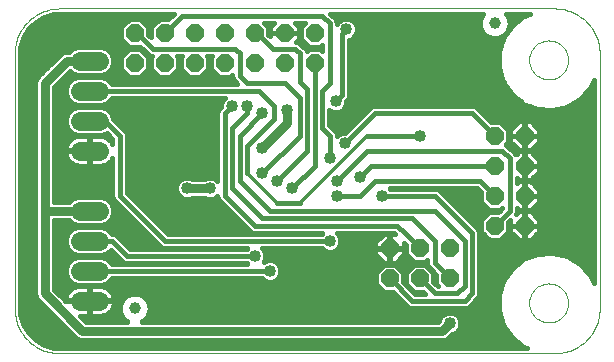
<source format=gtl>
G75*
G70*
%OFA0B0*%
%FSLAX24Y24*%
%IPPOS*%
%LPD*%
%AMOC8*
5,1,8,0,0,1.08239X$1,22.5*
%
%ADD10C,0.0000*%
%ADD11OC8,0.0600*%
%ADD12C,0.0394*%
%ADD13C,0.0634*%
%ADD14C,0.0400*%
%ADD15C,0.0300*%
%ADD16C,0.0160*%
%ADD17C,0.0140*%
D10*
X002787Y001680D02*
X002787Y010176D01*
X002789Y010252D01*
X002795Y010328D01*
X002804Y010403D01*
X002818Y010478D01*
X002835Y010552D01*
X002856Y010625D01*
X002880Y010697D01*
X002909Y010768D01*
X002940Y010837D01*
X002975Y010904D01*
X003014Y010969D01*
X003056Y011033D01*
X003101Y011094D01*
X003149Y011153D01*
X003200Y011209D01*
X003254Y011263D01*
X003310Y011314D01*
X003369Y011362D01*
X003430Y011407D01*
X003494Y011449D01*
X003559Y011488D01*
X003626Y011523D01*
X003695Y011554D01*
X003766Y011583D01*
X003838Y011607D01*
X003911Y011628D01*
X003985Y011645D01*
X004060Y011659D01*
X004135Y011668D01*
X004211Y011674D01*
X004287Y011676D01*
X020787Y011676D01*
X020863Y011674D01*
X020939Y011668D01*
X021014Y011659D01*
X021089Y011645D01*
X021163Y011628D01*
X021236Y011607D01*
X021308Y011583D01*
X021379Y011554D01*
X021448Y011523D01*
X021515Y011488D01*
X021580Y011449D01*
X021644Y011407D01*
X021705Y011362D01*
X021764Y011314D01*
X021820Y011263D01*
X021874Y011209D01*
X021925Y011153D01*
X021973Y011094D01*
X022018Y011033D01*
X022060Y010969D01*
X022099Y010904D01*
X022134Y010837D01*
X022165Y010768D01*
X022194Y010697D01*
X022218Y010625D01*
X022239Y010552D01*
X022256Y010478D01*
X022270Y010403D01*
X022279Y010328D01*
X022285Y010252D01*
X022287Y010176D01*
X022287Y001680D01*
X022285Y001604D01*
X022279Y001528D01*
X022270Y001453D01*
X022256Y001378D01*
X022239Y001304D01*
X022218Y001231D01*
X022194Y001159D01*
X022165Y001088D01*
X022134Y001019D01*
X022099Y000952D01*
X022060Y000887D01*
X022018Y000823D01*
X021973Y000762D01*
X021925Y000703D01*
X021874Y000647D01*
X021820Y000593D01*
X021764Y000542D01*
X021705Y000494D01*
X021644Y000449D01*
X021580Y000407D01*
X021515Y000368D01*
X021448Y000333D01*
X021379Y000302D01*
X021308Y000273D01*
X021236Y000249D01*
X021163Y000228D01*
X021089Y000211D01*
X021014Y000197D01*
X020939Y000188D01*
X020863Y000182D01*
X020787Y000180D01*
X004287Y000180D01*
X004211Y000182D01*
X004135Y000188D01*
X004060Y000197D01*
X003985Y000211D01*
X003911Y000228D01*
X003838Y000249D01*
X003766Y000273D01*
X003695Y000302D01*
X003626Y000333D01*
X003559Y000368D01*
X003494Y000407D01*
X003430Y000449D01*
X003369Y000494D01*
X003310Y000542D01*
X003254Y000593D01*
X003200Y000647D01*
X003149Y000703D01*
X003101Y000762D01*
X003056Y000823D01*
X003014Y000887D01*
X002975Y000952D01*
X002940Y001019D01*
X002909Y001088D01*
X002880Y001159D01*
X002856Y001231D01*
X002835Y001304D01*
X002818Y001378D01*
X002804Y001453D01*
X002795Y001528D01*
X002789Y001604D01*
X002787Y001680D01*
X019937Y001860D02*
X019939Y001910D01*
X019945Y001960D01*
X019955Y002010D01*
X019968Y002058D01*
X019985Y002106D01*
X020006Y002152D01*
X020030Y002196D01*
X020058Y002238D01*
X020089Y002278D01*
X020123Y002315D01*
X020160Y002350D01*
X020199Y002381D01*
X020240Y002410D01*
X020284Y002435D01*
X020330Y002457D01*
X020377Y002475D01*
X020425Y002489D01*
X020474Y002500D01*
X020524Y002507D01*
X020574Y002510D01*
X020625Y002509D01*
X020675Y002504D01*
X020725Y002495D01*
X020773Y002483D01*
X020821Y002466D01*
X020867Y002446D01*
X020912Y002423D01*
X020955Y002396D01*
X020995Y002366D01*
X021033Y002333D01*
X021068Y002297D01*
X021101Y002258D01*
X021130Y002217D01*
X021156Y002174D01*
X021179Y002129D01*
X021198Y002082D01*
X021213Y002034D01*
X021225Y001985D01*
X021233Y001935D01*
X021237Y001885D01*
X021237Y001835D01*
X021233Y001785D01*
X021225Y001735D01*
X021213Y001686D01*
X021198Y001638D01*
X021179Y001591D01*
X021156Y001546D01*
X021130Y001503D01*
X021101Y001462D01*
X021068Y001423D01*
X021033Y001387D01*
X020995Y001354D01*
X020955Y001324D01*
X020912Y001297D01*
X020867Y001274D01*
X020821Y001254D01*
X020773Y001237D01*
X020725Y001225D01*
X020675Y001216D01*
X020625Y001211D01*
X020574Y001210D01*
X020524Y001213D01*
X020474Y001220D01*
X020425Y001231D01*
X020377Y001245D01*
X020330Y001263D01*
X020284Y001285D01*
X020240Y001310D01*
X020199Y001339D01*
X020160Y001370D01*
X020123Y001405D01*
X020089Y001442D01*
X020058Y001482D01*
X020030Y001524D01*
X020006Y001568D01*
X019985Y001614D01*
X019968Y001662D01*
X019955Y001710D01*
X019945Y001760D01*
X019939Y001810D01*
X019937Y001860D01*
X019937Y009960D02*
X019939Y010010D01*
X019945Y010060D01*
X019955Y010110D01*
X019968Y010158D01*
X019985Y010206D01*
X020006Y010252D01*
X020030Y010296D01*
X020058Y010338D01*
X020089Y010378D01*
X020123Y010415D01*
X020160Y010450D01*
X020199Y010481D01*
X020240Y010510D01*
X020284Y010535D01*
X020330Y010557D01*
X020377Y010575D01*
X020425Y010589D01*
X020474Y010600D01*
X020524Y010607D01*
X020574Y010610D01*
X020625Y010609D01*
X020675Y010604D01*
X020725Y010595D01*
X020773Y010583D01*
X020821Y010566D01*
X020867Y010546D01*
X020912Y010523D01*
X020955Y010496D01*
X020995Y010466D01*
X021033Y010433D01*
X021068Y010397D01*
X021101Y010358D01*
X021130Y010317D01*
X021156Y010274D01*
X021179Y010229D01*
X021198Y010182D01*
X021213Y010134D01*
X021225Y010085D01*
X021233Y010035D01*
X021237Y009985D01*
X021237Y009935D01*
X021233Y009885D01*
X021225Y009835D01*
X021213Y009786D01*
X021198Y009738D01*
X021179Y009691D01*
X021156Y009646D01*
X021130Y009603D01*
X021101Y009562D01*
X021068Y009523D01*
X021033Y009487D01*
X020995Y009454D01*
X020955Y009424D01*
X020912Y009397D01*
X020867Y009374D01*
X020821Y009354D01*
X020773Y009337D01*
X020725Y009325D01*
X020675Y009316D01*
X020625Y009311D01*
X020574Y009310D01*
X020524Y009313D01*
X020474Y009320D01*
X020425Y009331D01*
X020377Y009345D01*
X020330Y009363D01*
X020284Y009385D01*
X020240Y009410D01*
X020199Y009439D01*
X020160Y009470D01*
X020123Y009505D01*
X020089Y009542D01*
X020058Y009582D01*
X020030Y009624D01*
X020006Y009668D01*
X019985Y009714D01*
X019968Y009762D01*
X019955Y009810D01*
X019945Y009860D01*
X019939Y009910D01*
X019937Y009960D01*
D11*
X019787Y007430D03*
X018787Y007430D03*
X018787Y006430D03*
X019787Y006430D03*
X019787Y005430D03*
X018787Y005430D03*
X018787Y004430D03*
X019787Y004430D03*
X017287Y003680D03*
X016287Y003680D03*
X015287Y003680D03*
X015287Y002680D03*
X016287Y002680D03*
X017287Y002680D03*
X012787Y009860D03*
X011787Y009860D03*
X010787Y009860D03*
X009787Y009860D03*
X008787Y009860D03*
X007787Y009860D03*
X006787Y009860D03*
X006787Y010860D03*
X007787Y010860D03*
X008787Y010860D03*
X009787Y010860D03*
X010787Y010860D03*
X011787Y010860D03*
X012787Y010860D03*
D12*
X018787Y011180D03*
X006787Y001680D03*
D13*
X005604Y001930D02*
X004971Y001930D01*
X004971Y002930D02*
X005604Y002930D01*
X005604Y003930D02*
X004971Y003930D01*
X004971Y004930D02*
X005604Y004930D01*
X005604Y006930D02*
X004971Y006930D01*
X004971Y007930D02*
X005604Y007930D01*
X005604Y008930D02*
X004971Y008930D01*
X004971Y009930D02*
X005604Y009930D01*
D14*
X010037Y008430D03*
X010537Y008430D03*
X011037Y008180D03*
X011874Y008280D03*
X013487Y008580D03*
X013787Y007180D03*
X013287Y006680D03*
X014287Y006055D03*
X013537Y005930D03*
X013537Y005430D03*
X015037Y005430D03*
X013287Y003930D03*
X011287Y002930D03*
X010787Y003430D03*
X012037Y005680D03*
X011537Y005930D03*
X011037Y006180D03*
X011037Y007030D03*
X009287Y005680D03*
X008537Y005680D03*
X016287Y007430D03*
X018787Y008430D03*
X016287Y009180D03*
X013837Y010980D03*
X017287Y001180D03*
D15*
X017037Y000930D01*
X005037Y000930D01*
X003787Y002180D01*
X003787Y004930D01*
X005287Y004930D01*
X003787Y004930D02*
X003787Y009180D01*
X004537Y009930D01*
X005287Y009930D01*
X011037Y007030D02*
X011874Y007866D01*
X011874Y008280D01*
X016287Y009180D02*
X018037Y009180D01*
X018787Y008430D01*
X009287Y005680D02*
X008537Y005680D01*
D16*
X002979Y001508D02*
X003068Y001175D01*
X003240Y000876D01*
X003484Y000633D01*
X003782Y000460D01*
X004115Y000371D01*
X004287Y000360D01*
X019862Y000360D01*
X019747Y000405D01*
X019747Y000405D01*
X019356Y000717D01*
X019356Y000717D01*
X019356Y000717D01*
X019074Y001131D01*
X017647Y001131D01*
X017647Y001108D02*
X017647Y001252D01*
X017593Y001384D01*
X017491Y001485D01*
X017359Y001540D01*
X017216Y001540D01*
X017084Y001485D01*
X016982Y001384D01*
X016932Y001263D01*
X016909Y001240D01*
X007026Y001240D01*
X007037Y001248D01*
X007068Y001262D01*
X007072Y001272D01*
X007074Y001273D01*
X007084Y001273D01*
X007108Y001298D01*
X007136Y001317D01*
X007138Y001328D01*
X007140Y001329D01*
X007150Y001331D01*
X007170Y001359D01*
X007194Y001383D01*
X007194Y001394D01*
X007195Y001396D01*
X007205Y001399D01*
X007220Y001430D01*
X007239Y001459D01*
X007238Y001469D01*
X007239Y001471D01*
X007248Y001476D01*
X007256Y001509D01*
X007271Y001540D01*
X007267Y001550D01*
X007268Y001552D01*
X007276Y001559D01*
X007279Y001593D01*
X007288Y001626D01*
X007283Y001635D01*
X007283Y001638D01*
X007290Y001646D01*
X007287Y001680D01*
X007290Y001714D01*
X007283Y001722D01*
X007283Y001725D01*
X007288Y001734D01*
X007279Y001767D01*
X007276Y001801D01*
X007268Y001808D01*
X007267Y001810D01*
X007271Y001820D01*
X007256Y001851D01*
X007248Y001884D01*
X007239Y001889D01*
X007238Y001891D01*
X007239Y001901D01*
X007220Y001930D01*
X007205Y001961D01*
X007195Y001964D01*
X007194Y001966D01*
X007194Y001977D01*
X007170Y002001D01*
X007150Y002029D01*
X007140Y002031D01*
X007138Y002032D01*
X007136Y002043D01*
X007108Y002062D01*
X007084Y002087D01*
X007074Y002087D01*
X007072Y002088D01*
X007068Y002098D01*
X007037Y002112D01*
X007009Y002132D01*
X006999Y002130D01*
X006997Y002131D01*
X006991Y002140D01*
X006958Y002149D01*
X006927Y002164D01*
X006917Y002160D01*
X006915Y002161D01*
X006908Y002169D01*
X006874Y002172D01*
X006841Y002180D01*
X006832Y002175D01*
X006830Y002175D01*
X006822Y002182D01*
X006787Y002179D01*
X006753Y002182D01*
X006745Y002175D01*
X006743Y002175D01*
X006734Y002180D01*
X006701Y002172D01*
X006667Y002169D01*
X006660Y002161D01*
X006658Y002160D01*
X006648Y002164D01*
X006617Y002149D01*
X006584Y002140D01*
X006578Y002131D01*
X006576Y002130D01*
X006566Y002132D01*
X006538Y002112D01*
X006507Y002098D01*
X006503Y002088D01*
X006501Y002087D01*
X006491Y002087D01*
X006467Y002062D01*
X006439Y002043D01*
X006437Y002032D01*
X006435Y002031D01*
X006425Y002029D01*
X006405Y002001D01*
X006381Y001977D01*
X006381Y001966D01*
X006380Y001964D01*
X006370Y001961D01*
X006355Y001930D01*
X006336Y001901D01*
X006337Y001891D01*
X006336Y001889D01*
X006327Y001884D01*
X006318Y001851D01*
X006304Y001820D01*
X006308Y001810D01*
X006307Y001808D01*
X006299Y001801D01*
X006296Y001767D01*
X006287Y001734D01*
X006292Y001725D01*
X006292Y001722D01*
X006285Y001714D01*
X006288Y001680D01*
X006285Y001646D01*
X006292Y001638D01*
X006292Y001635D01*
X006287Y001626D01*
X006296Y001593D01*
X006299Y001559D01*
X006307Y001552D01*
X006308Y001550D01*
X006304Y001540D01*
X006318Y001509D01*
X006327Y001476D01*
X006336Y001471D01*
X006337Y001469D01*
X006336Y001459D01*
X006355Y001430D01*
X006370Y001399D01*
X006380Y001396D01*
X006381Y001394D01*
X006381Y001383D01*
X006405Y001359D01*
X006425Y001331D01*
X006435Y001329D01*
X006437Y001328D01*
X006439Y001317D01*
X006467Y001298D01*
X006491Y001273D01*
X006501Y001273D01*
X006503Y001272D01*
X006507Y001262D01*
X006538Y001248D01*
X006549Y001240D01*
X005166Y001240D01*
X004973Y001433D01*
X005269Y001433D01*
X005269Y001912D01*
X004494Y001912D01*
X004097Y002308D01*
X004097Y004620D01*
X004606Y004620D01*
X004701Y004526D01*
X004876Y004453D01*
X005699Y004453D01*
X005874Y004526D01*
X006009Y004660D01*
X006081Y004835D01*
X006081Y005025D01*
X006009Y005200D01*
X005874Y005334D01*
X005699Y005407D01*
X004876Y005407D01*
X004701Y005334D01*
X004606Y005240D01*
X004097Y005240D01*
X004097Y009052D01*
X004636Y009590D01*
X004701Y009526D01*
X004876Y009453D01*
X005699Y009453D01*
X005874Y009526D01*
X006009Y009660D01*
X006081Y009835D01*
X006081Y010025D01*
X006009Y010200D01*
X005874Y010334D01*
X005699Y010407D01*
X004876Y010407D01*
X004701Y010334D01*
X004606Y010240D01*
X004476Y010240D01*
X004362Y010193D01*
X003612Y009443D01*
X003525Y009356D01*
X003477Y009242D01*
X003477Y002118D01*
X003525Y002004D01*
X004775Y000754D01*
X004862Y000667D01*
X004976Y000620D01*
X017099Y000620D01*
X017213Y000667D01*
X017371Y000825D01*
X017491Y000875D01*
X017593Y000976D01*
X017647Y001108D01*
X017589Y000973D02*
X019182Y000973D01*
X019074Y001131D02*
X019074Y001131D01*
X018926Y001610D01*
X018926Y002110D01*
X019074Y002589D01*
X019074Y002589D01*
X019356Y003003D01*
X019356Y003003D01*
X019747Y003315D01*
X019747Y003315D01*
X020214Y003498D01*
X020214Y003498D01*
X020713Y003535D01*
X020713Y003535D01*
X021201Y003424D01*
X021201Y003424D01*
X021635Y003173D01*
X021635Y003173D01*
X021976Y002806D01*
X021976Y002806D01*
X022107Y002532D01*
X022107Y009288D01*
X021976Y009014D01*
X021976Y009014D01*
X021635Y008647D01*
X021635Y008647D01*
X021201Y008396D01*
X021201Y008396D01*
X020713Y008285D01*
X020713Y008285D01*
X020214Y008322D01*
X020214Y008322D01*
X019747Y008505D01*
X019747Y008505D01*
X019356Y008817D01*
X019356Y008817D01*
X019356Y008817D01*
X019074Y009231D01*
X019074Y009231D01*
X018926Y009710D01*
X018926Y010210D01*
X019074Y010689D01*
X019074Y010689D01*
X019356Y011103D01*
X019356Y011103D01*
X019747Y011415D01*
X019747Y011415D01*
X019954Y011496D01*
X019175Y011496D01*
X019194Y011477D01*
X019194Y011466D01*
X019195Y011464D01*
X019205Y011461D01*
X019220Y011430D01*
X019239Y011401D01*
X019238Y011391D01*
X019239Y011389D01*
X019248Y011384D01*
X019256Y011351D01*
X019271Y011320D01*
X019267Y011310D01*
X019268Y011308D01*
X019276Y011301D01*
X019279Y011267D01*
X019288Y011234D01*
X019283Y011225D01*
X019283Y011222D01*
X019290Y011214D01*
X019287Y011180D01*
X019290Y011146D01*
X019283Y011138D01*
X019283Y011135D01*
X019288Y011126D01*
X019279Y011093D01*
X019276Y011059D01*
X019268Y011052D01*
X019267Y011050D01*
X019271Y011040D01*
X019256Y011009D01*
X019248Y010976D01*
X019239Y010971D01*
X019238Y010969D01*
X019239Y010959D01*
X019220Y010930D01*
X019205Y010899D01*
X019195Y010896D01*
X019194Y010894D01*
X019194Y010883D01*
X019170Y010859D01*
X019150Y010831D01*
X019140Y010829D01*
X019138Y010828D01*
X019136Y010817D01*
X019108Y010798D01*
X019084Y010773D01*
X019074Y010773D01*
X019072Y010772D01*
X019068Y010762D01*
X019037Y010748D01*
X019009Y010728D01*
X018999Y010730D01*
X018997Y010729D01*
X018991Y010720D01*
X018958Y010711D01*
X018927Y010696D01*
X018917Y010700D01*
X018915Y010699D01*
X018908Y010691D01*
X018874Y010688D01*
X018841Y010680D01*
X018832Y010685D01*
X018830Y010685D01*
X018822Y010678D01*
X018787Y010681D01*
X018753Y010678D01*
X018745Y010685D01*
X018743Y010685D01*
X018734Y010680D01*
X018701Y010688D01*
X018667Y010691D01*
X018660Y010699D01*
X018658Y010700D01*
X018648Y010696D01*
X018617Y010711D01*
X018584Y010720D01*
X018578Y010729D01*
X018576Y010730D01*
X018566Y010728D01*
X018538Y010748D01*
X018507Y010762D01*
X018503Y010772D01*
X018501Y010773D01*
X018491Y010773D01*
X018467Y010798D01*
X018439Y010817D01*
X018437Y010828D01*
X018435Y010829D01*
X018425Y010831D01*
X018405Y010859D01*
X018381Y010883D01*
X018381Y010894D01*
X018380Y010896D01*
X018370Y010899D01*
X018355Y010930D01*
X018336Y010959D01*
X018337Y010969D01*
X018336Y010971D01*
X018327Y010976D01*
X018318Y011009D01*
X018304Y011040D01*
X018308Y011050D01*
X018307Y011052D01*
X018299Y011059D01*
X018296Y011093D01*
X018287Y011126D01*
X018292Y011135D01*
X018292Y011138D01*
X018285Y011146D01*
X018288Y011180D01*
X018285Y011214D01*
X018292Y011222D01*
X018292Y011225D01*
X018287Y011234D01*
X018296Y011267D01*
X018299Y011301D01*
X018307Y011308D01*
X018308Y011310D01*
X018304Y011320D01*
X018318Y011351D01*
X018327Y011384D01*
X018336Y011389D01*
X018337Y011391D01*
X018336Y011401D01*
X018355Y011430D01*
X018370Y011461D01*
X018380Y011464D01*
X018381Y011466D01*
X018381Y011477D01*
X018400Y011496D01*
X013311Y011496D01*
X013423Y011383D01*
X013423Y011383D01*
X013491Y011316D01*
X013527Y011228D01*
X013527Y011172D01*
X013532Y011184D01*
X013634Y011285D01*
X013766Y011340D01*
X013909Y011340D01*
X014041Y011285D01*
X014143Y011184D01*
X014197Y011052D01*
X014197Y010908D01*
X014143Y010776D01*
X014041Y010675D01*
X013927Y010628D01*
X013927Y008732D01*
X013891Y008644D01*
X013847Y008601D01*
X013847Y008508D01*
X013793Y008376D01*
X013691Y008275D01*
X013559Y008220D01*
X013416Y008220D01*
X013284Y008275D01*
X013277Y008281D01*
X013277Y007779D01*
X013491Y007566D01*
X013527Y007478D01*
X013527Y007429D01*
X013584Y007485D01*
X013716Y007540D01*
X013808Y007540D01*
X014584Y008316D01*
X014652Y008383D01*
X014740Y008420D01*
X018085Y008420D01*
X018173Y008383D01*
X018667Y007890D01*
X018978Y007890D01*
X019247Y007621D01*
X019247Y007239D01*
X019151Y007143D01*
X019173Y007133D01*
X019423Y006883D01*
X019491Y006816D01*
X019492Y006813D01*
X019589Y006910D01*
X019777Y006910D01*
X019777Y006440D01*
X019797Y006440D01*
X019797Y006910D01*
X019986Y006910D01*
X020267Y006629D01*
X020267Y006440D01*
X019797Y006440D01*
X019797Y006420D01*
X019797Y005950D01*
X019986Y005950D01*
X020267Y006231D01*
X020267Y006420D01*
X019797Y006420D01*
X019777Y006420D01*
X019777Y005950D01*
X019589Y005950D01*
X019527Y006011D01*
X019527Y005849D01*
X019589Y005910D01*
X019777Y005910D01*
X019777Y005440D01*
X019797Y005440D01*
X019797Y005910D01*
X019986Y005910D01*
X020267Y005629D01*
X020267Y005440D01*
X019797Y005440D01*
X019797Y005420D01*
X019797Y004950D01*
X019986Y004950D01*
X020267Y005231D01*
X020267Y005420D01*
X019797Y005420D01*
X019777Y005420D01*
X019777Y004950D01*
X019589Y004950D01*
X019527Y005011D01*
X019527Y004882D01*
X019504Y004825D01*
X019589Y004910D01*
X019777Y004910D01*
X019777Y004440D01*
X019777Y004420D01*
X019307Y004420D01*
X019307Y004231D01*
X019589Y003950D01*
X019777Y003950D01*
X019777Y004420D01*
X019797Y004420D01*
X019797Y003950D01*
X019986Y003950D01*
X020267Y004231D01*
X020267Y004420D01*
X019797Y004420D01*
X019797Y004440D01*
X019777Y004440D01*
X019307Y004440D01*
X019307Y004611D01*
X019247Y004551D01*
X019247Y004239D01*
X018978Y003970D01*
X018597Y003970D01*
X018327Y004239D01*
X018327Y004621D01*
X018597Y004890D01*
X018908Y004890D01*
X019047Y005029D01*
X019047Y005039D01*
X018978Y004970D01*
X018597Y004970D01*
X018327Y005239D01*
X018327Y005551D01*
X018188Y005690D01*
X015287Y005690D01*
X015307Y005670D01*
X016835Y005670D01*
X016923Y005633D01*
X018173Y004383D01*
X018241Y004316D01*
X018277Y004228D01*
X018277Y002132D01*
X018241Y002044D01*
X017991Y001794D01*
X017923Y001727D01*
X017835Y001690D01*
X015990Y001690D01*
X015902Y001727D01*
X015408Y002220D01*
X015097Y002220D01*
X014827Y002489D01*
X014827Y002871D01*
X015097Y003140D01*
X015478Y003140D01*
X015747Y002871D01*
X015747Y002559D01*
X016137Y002170D01*
X016458Y002170D01*
X016408Y002220D01*
X016097Y002220D01*
X015827Y002489D01*
X015827Y002871D01*
X016097Y003140D01*
X016478Y003140D01*
X016747Y002871D01*
X016747Y002559D01*
X016887Y002420D01*
X016897Y002420D01*
X016827Y002489D01*
X016827Y002801D01*
X016652Y002977D01*
X016584Y003044D01*
X016547Y003132D01*
X016547Y003289D01*
X016478Y003220D01*
X016097Y003220D01*
X015827Y003489D01*
X015827Y003801D01*
X015767Y003861D01*
X015767Y003690D01*
X015297Y003690D01*
X015277Y003690D01*
X015277Y003670D01*
X014807Y003670D01*
X014807Y003481D01*
X015089Y003200D01*
X015277Y003200D01*
X015277Y003670D01*
X015297Y003670D01*
X015297Y003200D01*
X015486Y003200D01*
X015767Y003481D01*
X015767Y003670D01*
X015297Y003670D01*
X015297Y003690D01*
X015297Y004160D01*
X015468Y004160D01*
X015438Y004190D01*
X013537Y004190D01*
X013593Y004134D01*
X013647Y004002D01*
X013647Y003858D01*
X013593Y003726D01*
X013491Y003625D01*
X013359Y003570D01*
X013216Y003570D01*
X013084Y003625D01*
X013018Y003690D01*
X011037Y003690D01*
X011093Y003634D01*
X011147Y003502D01*
X011147Y003358D01*
X011099Y003242D01*
X011216Y003290D01*
X011359Y003290D01*
X011491Y003235D01*
X011593Y003134D01*
X011647Y003002D01*
X011647Y002858D01*
X011593Y002726D01*
X011491Y002625D01*
X011359Y002570D01*
X011216Y002570D01*
X011084Y002625D01*
X011018Y002690D01*
X006021Y002690D01*
X006009Y002660D01*
X005874Y002526D01*
X005699Y002453D01*
X004876Y002453D01*
X004701Y002526D01*
X004566Y002660D01*
X004494Y002835D01*
X004494Y003025D01*
X004566Y003200D01*
X004701Y003334D01*
X004876Y003407D01*
X005699Y003407D01*
X005874Y003334D01*
X006009Y003200D01*
X006021Y003170D01*
X010538Y003170D01*
X010518Y003190D01*
X006490Y003190D01*
X006402Y003227D01*
X005988Y003640D01*
X005874Y003526D01*
X005699Y003453D01*
X004876Y003453D01*
X004701Y003526D01*
X004566Y003660D01*
X004494Y003835D01*
X004494Y004025D01*
X004566Y004200D01*
X004701Y004334D01*
X004876Y004407D01*
X005699Y004407D01*
X005874Y004334D01*
X006009Y004200D01*
X006021Y004170D01*
X006085Y004170D01*
X006173Y004133D01*
X006241Y004066D01*
X006637Y003670D01*
X010518Y003670D01*
X010538Y003690D01*
X007740Y003690D01*
X007652Y003727D01*
X007584Y003794D01*
X006084Y005294D01*
X006047Y005382D01*
X006047Y006705D01*
X006029Y006670D01*
X005983Y006606D01*
X005928Y006551D01*
X005865Y006505D01*
X005795Y006470D01*
X005721Y006445D01*
X005643Y006433D01*
X005306Y006433D01*
X005306Y006912D01*
X005269Y006912D01*
X004474Y006912D01*
X004474Y006891D01*
X004486Y006814D01*
X004510Y006739D01*
X004546Y006670D01*
X004592Y006606D01*
X004647Y006551D01*
X004710Y006505D01*
X004780Y006470D01*
X004854Y006445D01*
X004932Y006433D01*
X005269Y006433D01*
X005269Y006912D01*
X005269Y006948D01*
X004474Y006948D01*
X004474Y006969D01*
X004486Y007046D01*
X004510Y007121D01*
X004546Y007190D01*
X004592Y007254D01*
X004647Y007309D01*
X004710Y007355D01*
X004780Y007390D01*
X004854Y007415D01*
X004932Y007427D01*
X005269Y007427D01*
X005269Y006948D01*
X005306Y006948D01*
X005306Y007427D01*
X005643Y007427D01*
X005721Y007415D01*
X005795Y007390D01*
X005865Y007355D01*
X005928Y007309D01*
X005983Y007254D01*
X006029Y007190D01*
X006047Y007155D01*
X006047Y007331D01*
X005859Y007519D01*
X005699Y007453D01*
X004876Y007453D01*
X004701Y007526D01*
X004566Y007660D01*
X004494Y007835D01*
X004494Y008025D01*
X004566Y008200D01*
X004701Y008334D01*
X004876Y008407D01*
X005699Y008407D01*
X005874Y008334D01*
X006009Y008200D01*
X006081Y008025D01*
X006081Y007976D01*
X006423Y007633D01*
X006491Y007566D01*
X006527Y007478D01*
X006527Y005529D01*
X007887Y004170D01*
X013018Y004170D01*
X013038Y004190D01*
X010740Y004190D01*
X010652Y004227D01*
X009902Y004977D01*
X009584Y005294D01*
X009547Y005382D01*
X009547Y005431D01*
X009491Y005375D01*
X009359Y005320D01*
X009216Y005320D01*
X009095Y005370D01*
X008730Y005370D01*
X008609Y005320D01*
X008466Y005320D01*
X008334Y005375D01*
X008232Y005476D01*
X008177Y005608D01*
X008177Y005752D01*
X008232Y005884D01*
X008334Y005985D01*
X008466Y006040D01*
X008609Y006040D01*
X008730Y005990D01*
X009095Y005990D01*
X009216Y006040D01*
X009359Y006040D01*
X009491Y005985D01*
X009547Y005929D01*
X009547Y008228D01*
X009584Y008316D01*
X009677Y008409D01*
X009677Y008502D01*
X009732Y008634D01*
X009788Y008690D01*
X006021Y008690D01*
X006009Y008660D01*
X005874Y008526D01*
X005699Y008453D01*
X004876Y008453D01*
X004701Y008526D01*
X004566Y008660D01*
X004494Y008835D01*
X004494Y009025D01*
X004566Y009200D01*
X004701Y009334D01*
X004876Y009407D01*
X005699Y009407D01*
X005874Y009334D01*
X006009Y009200D01*
X006021Y009170D01*
X010208Y009170D01*
X010152Y009227D01*
X010084Y009294D01*
X010047Y009382D01*
X010047Y009469D01*
X009978Y009400D01*
X009597Y009400D01*
X009327Y009669D01*
X009327Y010051D01*
X009367Y010090D01*
X009208Y010090D01*
X009247Y010051D01*
X009247Y009669D01*
X008978Y009400D01*
X008597Y009400D01*
X008327Y009669D01*
X008327Y010051D01*
X008367Y010090D01*
X008208Y010090D01*
X008247Y010051D01*
X008247Y009669D01*
X007978Y009400D01*
X007597Y009400D01*
X007327Y009669D01*
X007327Y010051D01*
X007367Y010090D01*
X007340Y010090D01*
X007252Y010127D01*
X006978Y010400D01*
X006978Y010400D01*
X006597Y010400D01*
X006327Y010669D01*
X006327Y011051D01*
X006597Y011320D01*
X006978Y011320D01*
X007247Y011051D01*
X007247Y010809D01*
X007327Y010729D01*
X007327Y011051D01*
X007597Y011320D01*
X007908Y011320D01*
X008084Y011496D01*
X004287Y011496D01*
X004115Y011485D01*
X003782Y011396D01*
X003484Y011223D01*
X003240Y010980D01*
X003068Y010681D01*
X003068Y010681D01*
X002979Y010348D01*
X002967Y010176D01*
X002967Y001680D01*
X002979Y001508D01*
X002995Y001448D02*
X004081Y001448D01*
X003923Y001607D02*
X002972Y001607D01*
X002967Y001765D02*
X003764Y001765D01*
X003606Y001924D02*
X002967Y001924D01*
X002967Y002082D02*
X003493Y002082D01*
X003477Y002241D02*
X002967Y002241D01*
X002967Y002399D02*
X003477Y002399D01*
X003477Y002558D02*
X002967Y002558D01*
X002967Y002716D02*
X003477Y002716D01*
X003477Y002875D02*
X002967Y002875D01*
X002967Y003033D02*
X003477Y003033D01*
X003477Y003192D02*
X002967Y003192D01*
X002967Y003350D02*
X003477Y003350D01*
X003477Y003509D02*
X002967Y003509D01*
X002967Y003667D02*
X003477Y003667D01*
X003477Y003826D02*
X002967Y003826D01*
X002967Y003984D02*
X003477Y003984D01*
X003477Y004143D02*
X002967Y004143D01*
X002967Y004301D02*
X003477Y004301D01*
X003477Y004460D02*
X002967Y004460D01*
X002967Y004618D02*
X003477Y004618D01*
X003477Y004777D02*
X002967Y004777D01*
X002967Y004935D02*
X003477Y004935D01*
X003477Y005094D02*
X002967Y005094D01*
X002967Y005252D02*
X003477Y005252D01*
X003477Y005411D02*
X002967Y005411D01*
X002967Y005569D02*
X003477Y005569D01*
X003477Y005728D02*
X002967Y005728D01*
X002967Y005886D02*
X003477Y005886D01*
X003477Y006045D02*
X002967Y006045D01*
X002967Y006203D02*
X003477Y006203D01*
X003477Y006362D02*
X002967Y006362D01*
X002967Y006520D02*
X003477Y006520D01*
X003477Y006679D02*
X002967Y006679D01*
X002967Y006837D02*
X003477Y006837D01*
X003477Y006996D02*
X002967Y006996D01*
X002967Y007154D02*
X003477Y007154D01*
X003477Y007313D02*
X002967Y007313D01*
X002967Y007471D02*
X003477Y007471D01*
X003477Y007630D02*
X002967Y007630D01*
X002967Y007788D02*
X003477Y007788D01*
X003477Y007947D02*
X002967Y007947D01*
X002967Y008105D02*
X003477Y008105D01*
X003477Y008264D02*
X002967Y008264D01*
X002967Y008422D02*
X003477Y008422D01*
X003477Y008581D02*
X002967Y008581D01*
X002967Y008739D02*
X003477Y008739D01*
X003477Y008898D02*
X002967Y008898D01*
X002967Y009056D02*
X003477Y009056D01*
X003477Y009215D02*
X002967Y009215D01*
X002967Y009373D02*
X003542Y009373D01*
X003701Y009532D02*
X002967Y009532D01*
X002967Y009690D02*
X003859Y009690D01*
X004018Y009849D02*
X002967Y009849D01*
X002967Y010007D02*
X004176Y010007D01*
X004335Y010166D02*
X002967Y010166D01*
X002977Y010324D02*
X004690Y010324D01*
X005885Y010324D02*
X007054Y010324D01*
X006978Y010320D02*
X006597Y010320D01*
X006327Y010051D01*
X006327Y009669D01*
X006597Y009400D01*
X006978Y009400D01*
X007247Y009669D01*
X007247Y010051D01*
X006978Y010320D01*
X007387Y010330D02*
X006857Y010860D01*
X006787Y010860D01*
X006327Y010800D02*
X003136Y010800D01*
X003228Y010958D02*
X006327Y010958D01*
X006393Y011117D02*
X003377Y011117D01*
X003574Y011275D02*
X006552Y011275D01*
X007023Y011275D02*
X007552Y011275D01*
X007393Y011117D02*
X007181Y011117D01*
X007247Y010958D02*
X007327Y010958D01*
X007327Y010800D02*
X007257Y010800D01*
X007787Y010860D02*
X008357Y011430D01*
X010537Y011430D01*
X013037Y011430D01*
X013287Y011180D01*
X013287Y009180D01*
X013037Y008930D01*
X013037Y007680D01*
X013287Y007430D01*
X013287Y006680D01*
X012787Y006430D02*
X012787Y009860D01*
X012287Y009930D02*
X012287Y010180D01*
X012137Y010330D01*
X011387Y010330D01*
X010857Y010860D01*
X010787Y010860D01*
X011108Y011190D02*
X011247Y011051D01*
X011247Y010809D01*
X011307Y010749D01*
X011307Y010850D01*
X011777Y010850D01*
X011777Y010870D01*
X011307Y010870D01*
X011307Y011059D01*
X011439Y011190D01*
X011108Y011190D01*
X011181Y011117D02*
X011365Y011117D01*
X011307Y010958D02*
X011247Y010958D01*
X011257Y010800D02*
X011307Y010800D01*
X011797Y010850D02*
X011797Y010870D01*
X012267Y010870D01*
X012267Y011059D01*
X012136Y011190D01*
X012467Y011190D01*
X012327Y011051D01*
X012327Y010669D01*
X012597Y010400D01*
X012978Y010400D01*
X013047Y010469D01*
X013047Y010251D01*
X012978Y010320D01*
X012597Y010320D01*
X012521Y010244D01*
X012491Y010316D01*
X012341Y010466D01*
X012273Y010533D01*
X012185Y010570D01*
X012176Y010570D01*
X012267Y010661D01*
X012267Y010850D01*
X011797Y010850D01*
X012267Y010800D02*
X012327Y010800D01*
X012327Y010958D02*
X012267Y010958D01*
X012210Y011117D02*
X012393Y011117D01*
X012356Y010641D02*
X012247Y010641D01*
X012324Y010483D02*
X012514Y010483D01*
X012483Y010324D02*
X013047Y010324D01*
X013927Y010324D02*
X018961Y010324D01*
X019010Y010483D02*
X013927Y010483D01*
X013960Y010641D02*
X019059Y010641D01*
X019111Y010800D02*
X019149Y010800D01*
X019239Y010958D02*
X019257Y010958D01*
X019285Y011117D02*
X019373Y011117D01*
X019356Y011103D02*
X019356Y011103D01*
X019278Y011275D02*
X019572Y011275D01*
X019795Y011434D02*
X019218Y011434D01*
X018357Y011434D02*
X013373Y011434D01*
X013508Y011275D02*
X013623Y011275D01*
X014052Y011275D02*
X018297Y011275D01*
X018290Y011117D02*
X014171Y011117D01*
X014197Y010958D02*
X018336Y010958D01*
X018464Y010800D02*
X014152Y010800D01*
X013837Y010980D02*
X013687Y010830D01*
X013687Y008780D01*
X013487Y008580D01*
X013847Y008581D02*
X019653Y008581D01*
X019454Y008739D02*
X013927Y008739D01*
X013927Y008898D02*
X019301Y008898D01*
X019193Y009056D02*
X013927Y009056D01*
X013927Y009215D02*
X019085Y009215D01*
X019030Y009373D02*
X013927Y009373D01*
X013927Y009532D02*
X018981Y009532D01*
X018932Y009690D02*
X013927Y009690D01*
X013927Y009849D02*
X018926Y009849D01*
X018926Y010007D02*
X013927Y010007D01*
X013927Y010166D02*
X018926Y010166D01*
X021721Y008739D02*
X022107Y008739D01*
X022107Y008581D02*
X021521Y008581D01*
X021246Y008422D02*
X022107Y008422D01*
X022107Y008264D02*
X018293Y008264D01*
X018452Y008105D02*
X022107Y008105D01*
X022107Y007947D02*
X018610Y007947D01*
X018537Y007680D02*
X018037Y008180D01*
X014787Y008180D01*
X013787Y007180D01*
X013569Y007471D02*
X013527Y007471D01*
X013427Y007630D02*
X013898Y007630D01*
X014056Y007788D02*
X013277Y007788D01*
X013277Y007947D02*
X014215Y007947D01*
X014373Y008105D02*
X013277Y008105D01*
X013277Y008264D02*
X013311Y008264D01*
X013664Y008264D02*
X014532Y008264D01*
X013812Y008422D02*
X019959Y008422D01*
X019986Y007910D02*
X019797Y007910D01*
X019797Y007440D01*
X019777Y007440D01*
X019777Y007420D01*
X019307Y007420D01*
X019307Y007231D01*
X019589Y006950D01*
X019777Y006950D01*
X019777Y007420D01*
X019797Y007420D01*
X019797Y006950D01*
X019986Y006950D01*
X020267Y007231D01*
X020267Y007420D01*
X019797Y007420D01*
X019797Y007440D01*
X020267Y007440D01*
X020267Y007629D01*
X019986Y007910D01*
X020108Y007788D02*
X022107Y007788D01*
X022107Y007630D02*
X020267Y007630D01*
X020267Y007471D02*
X022107Y007471D01*
X022107Y007313D02*
X020267Y007313D01*
X020190Y007154D02*
X022107Y007154D01*
X022107Y006996D02*
X020032Y006996D01*
X020059Y006837D02*
X022107Y006837D01*
X022107Y006679D02*
X020218Y006679D01*
X019797Y006679D02*
X019777Y006679D01*
X019777Y006837D02*
X019797Y006837D01*
X019797Y006996D02*
X019777Y006996D01*
X019777Y007154D02*
X019797Y007154D01*
X019797Y007313D02*
X019777Y007313D01*
X019777Y007440D02*
X019307Y007440D01*
X019307Y007629D01*
X019589Y007910D01*
X019777Y007910D01*
X019777Y007440D01*
X019777Y007471D02*
X019797Y007471D01*
X019797Y007630D02*
X019777Y007630D01*
X019777Y007788D02*
X019797Y007788D01*
X019467Y007788D02*
X019080Y007788D01*
X019239Y007630D02*
X019308Y007630D01*
X019307Y007471D02*
X019247Y007471D01*
X019247Y007313D02*
X019307Y007313D01*
X019385Y007154D02*
X019162Y007154D01*
X019311Y006996D02*
X019543Y006996D01*
X019516Y006837D02*
X019470Y006837D01*
X019287Y006680D02*
X019287Y004930D01*
X018787Y004430D01*
X018327Y004460D02*
X018097Y004460D01*
X018247Y004301D02*
X018327Y004301D01*
X018037Y004180D02*
X018037Y002180D01*
X017787Y001930D01*
X016037Y001930D01*
X015287Y002680D01*
X015747Y002716D02*
X015827Y002716D01*
X015827Y002558D02*
X015749Y002558D01*
X015908Y002399D02*
X015918Y002399D01*
X016066Y002241D02*
X016076Y002241D01*
X015705Y001924D02*
X007224Y001924D01*
X007089Y002082D02*
X015546Y002082D01*
X015076Y002241D02*
X005993Y002241D01*
X005983Y002254D02*
X006029Y002190D01*
X006065Y002121D01*
X006089Y002046D01*
X006101Y001969D01*
X006101Y001948D01*
X005306Y001948D01*
X005306Y001912D01*
X006101Y001912D01*
X006101Y001891D01*
X006089Y001814D01*
X006065Y001739D01*
X006029Y001670D01*
X005983Y001606D01*
X005928Y001551D01*
X005865Y001505D01*
X005795Y001470D01*
X005721Y001445D01*
X005643Y001433D01*
X005306Y001433D01*
X005306Y001912D01*
X005269Y001912D01*
X005269Y001948D01*
X004474Y001948D01*
X004474Y001969D01*
X004486Y002046D01*
X004510Y002121D01*
X004546Y002190D01*
X004592Y002254D01*
X004647Y002309D01*
X004710Y002355D01*
X004780Y002390D01*
X004854Y002415D01*
X004932Y002427D01*
X005269Y002427D01*
X005269Y001948D01*
X005306Y001948D01*
X005306Y002427D01*
X005643Y002427D01*
X005721Y002415D01*
X005795Y002390D01*
X005865Y002355D01*
X005928Y002309D01*
X005983Y002254D01*
X005769Y002399D02*
X014918Y002399D01*
X014827Y002558D02*
X005906Y002558D01*
X005306Y002399D02*
X005269Y002399D01*
X005269Y002241D02*
X005306Y002241D01*
X005306Y002082D02*
X005269Y002082D01*
X005269Y001924D02*
X004482Y001924D01*
X004498Y002082D02*
X004324Y002082D01*
X004165Y002241D02*
X004582Y002241D01*
X004806Y002399D02*
X004097Y002399D01*
X004097Y002558D02*
X004669Y002558D01*
X004543Y002716D02*
X004097Y002716D01*
X004097Y002875D02*
X004494Y002875D01*
X004497Y003033D02*
X004097Y003033D01*
X004097Y003192D02*
X004563Y003192D01*
X004739Y003350D02*
X004097Y003350D01*
X004097Y003509D02*
X004742Y003509D01*
X004563Y003667D02*
X004097Y003667D01*
X004097Y003826D02*
X004498Y003826D01*
X004494Y003984D02*
X004097Y003984D01*
X004097Y004143D02*
X004543Y004143D01*
X004667Y004301D02*
X004097Y004301D01*
X004097Y004460D02*
X004860Y004460D01*
X004608Y004618D02*
X004097Y004618D01*
X005287Y003930D02*
X006037Y003930D01*
X006537Y003430D01*
X010787Y003430D01*
X011144Y003350D02*
X014939Y003350D01*
X014807Y003509D02*
X011145Y003509D01*
X011060Y003667D02*
X013041Y003667D01*
X013534Y003667D02*
X014807Y003667D01*
X014807Y003690D02*
X015277Y003690D01*
X015277Y004160D01*
X015089Y004160D01*
X014807Y003879D01*
X014807Y003690D01*
X014807Y003826D02*
X013634Y003826D01*
X013647Y003984D02*
X014913Y003984D01*
X015071Y004143D02*
X013584Y004143D01*
X013287Y003930D02*
X007787Y003930D01*
X006287Y005430D01*
X006287Y007430D01*
X005787Y007930D01*
X005287Y007930D01*
X004630Y008264D02*
X004097Y008264D01*
X004097Y008105D02*
X004527Y008105D01*
X004494Y007947D02*
X004097Y007947D01*
X004097Y007788D02*
X004513Y007788D01*
X004597Y007630D02*
X004097Y007630D01*
X004097Y007471D02*
X004833Y007471D01*
X004652Y007313D02*
X004097Y007313D01*
X004097Y007154D02*
X004527Y007154D01*
X004478Y006996D02*
X004097Y006996D01*
X004097Y006837D02*
X004482Y006837D01*
X004541Y006679D02*
X004097Y006679D01*
X004097Y006520D02*
X004690Y006520D01*
X004097Y006362D02*
X006047Y006362D01*
X006047Y006520D02*
X005885Y006520D01*
X006034Y006679D02*
X006047Y006679D01*
X006527Y006679D02*
X009547Y006679D01*
X009547Y006837D02*
X006527Y006837D01*
X006527Y006996D02*
X009547Y006996D01*
X009547Y007154D02*
X006527Y007154D01*
X006527Y007313D02*
X009547Y007313D01*
X009547Y007471D02*
X006527Y007471D01*
X006427Y007630D02*
X009547Y007630D01*
X009547Y007788D02*
X006269Y007788D01*
X006110Y007947D02*
X009547Y007947D01*
X009547Y008105D02*
X006048Y008105D01*
X005945Y008264D02*
X009562Y008264D01*
X009787Y008180D02*
X010037Y008430D01*
X009677Y008422D02*
X004097Y008422D01*
X004097Y008581D02*
X004646Y008581D01*
X004534Y008739D02*
X004097Y008739D01*
X004097Y008898D02*
X004494Y008898D01*
X004507Y009056D02*
X004102Y009056D01*
X004260Y009215D02*
X004581Y009215D01*
X004419Y009373D02*
X004794Y009373D01*
X004695Y009532D02*
X004577Y009532D01*
X005287Y008930D02*
X007287Y008930D01*
X010037Y008930D01*
X010287Y008930D01*
X010537Y008930D01*
X010937Y008930D01*
X011437Y008430D01*
X011437Y008130D01*
X011437Y007980D01*
X010537Y007080D01*
X010537Y006180D01*
X010287Y005930D02*
X010287Y007430D01*
X011037Y008180D01*
X010537Y008180D02*
X010537Y008430D01*
X010537Y008180D02*
X010037Y007680D01*
X010037Y007180D01*
X010037Y005680D01*
X010787Y004930D01*
X011037Y004680D01*
X016037Y004680D01*
X016787Y003930D01*
X016787Y003680D01*
X016787Y003180D01*
X017287Y002680D01*
X016827Y002716D02*
X016747Y002716D01*
X016749Y002558D02*
X016827Y002558D01*
X016787Y002180D02*
X016287Y002680D01*
X015831Y002875D02*
X015744Y002875D01*
X015585Y003033D02*
X015990Y003033D01*
X016547Y003192D02*
X011535Y003192D01*
X011634Y003033D02*
X014990Y003033D01*
X014831Y002875D02*
X011647Y002875D01*
X011287Y002930D02*
X005287Y002930D01*
X006012Y003192D02*
X006486Y003192D01*
X006278Y003350D02*
X005836Y003350D01*
X005833Y003509D02*
X006120Y003509D01*
X006481Y003826D02*
X007553Y003826D01*
X007394Y003984D02*
X006323Y003984D01*
X006152Y004143D02*
X007236Y004143D01*
X007077Y004301D02*
X005908Y004301D01*
X005715Y004460D02*
X006919Y004460D01*
X006760Y004618D02*
X005967Y004618D01*
X006057Y004777D02*
X006602Y004777D01*
X006443Y004935D02*
X006081Y004935D01*
X006053Y005094D02*
X006285Y005094D01*
X006126Y005252D02*
X005957Y005252D01*
X006047Y005411D02*
X004097Y005411D01*
X004097Y005569D02*
X006047Y005569D01*
X006047Y005728D02*
X004097Y005728D01*
X004097Y005886D02*
X006047Y005886D01*
X006047Y006045D02*
X004097Y006045D01*
X004097Y006203D02*
X006047Y006203D01*
X006527Y006203D02*
X009547Y006203D01*
X009547Y006362D02*
X006527Y006362D01*
X006527Y006520D02*
X009547Y006520D01*
X009547Y006045D02*
X006527Y006045D01*
X006527Y005886D02*
X008234Y005886D01*
X008177Y005728D02*
X006527Y005728D01*
X006527Y005569D02*
X008194Y005569D01*
X008298Y005411D02*
X006646Y005411D01*
X006805Y005252D02*
X009626Y005252D01*
X009547Y005411D02*
X009527Y005411D01*
X009787Y005430D02*
X009787Y008180D01*
X009710Y008581D02*
X005929Y008581D01*
X005994Y009215D02*
X010164Y009215D01*
X010287Y009430D02*
X010537Y009180D01*
X011537Y009180D01*
X011787Y009180D01*
X012287Y008680D01*
X012287Y007430D01*
X011787Y006930D01*
X011537Y006680D01*
X011037Y006180D01*
X011537Y005930D02*
X012537Y006930D01*
X012537Y008030D01*
X012537Y008980D01*
X012287Y009230D01*
X012287Y009930D01*
X010287Y010180D02*
X010287Y009430D01*
X010051Y009373D02*
X005781Y009373D01*
X005880Y009532D02*
X006465Y009532D01*
X006327Y009690D02*
X006021Y009690D01*
X006081Y009849D02*
X006327Y009849D01*
X006327Y010007D02*
X006081Y010007D01*
X006023Y010166D02*
X006442Y010166D01*
X006514Y010483D02*
X003015Y010483D01*
X003057Y010641D02*
X006356Y010641D01*
X007133Y010166D02*
X007213Y010166D01*
X007247Y010007D02*
X007327Y010007D01*
X007327Y009849D02*
X007247Y009849D01*
X007247Y009690D02*
X007327Y009690D01*
X007465Y009532D02*
X007110Y009532D01*
X008110Y009532D02*
X008465Y009532D01*
X008327Y009690D02*
X008247Y009690D01*
X008247Y009849D02*
X008327Y009849D01*
X008327Y010007D02*
X008247Y010007D01*
X007387Y010330D02*
X010137Y010330D01*
X010287Y010180D01*
X009327Y010007D02*
X009247Y010007D01*
X009247Y009849D02*
X009327Y009849D01*
X009327Y009690D02*
X009247Y009690D01*
X009110Y009532D02*
X009465Y009532D01*
X008022Y011434D02*
X003924Y011434D01*
X005742Y007471D02*
X005907Y007471D01*
X005923Y007313D02*
X006047Y007313D01*
X005306Y007313D02*
X005269Y007313D01*
X005269Y007154D02*
X005306Y007154D01*
X005306Y006996D02*
X005269Y006996D01*
X005269Y006837D02*
X005306Y006837D01*
X005306Y006679D02*
X005269Y006679D01*
X005269Y006520D02*
X005306Y006520D01*
X004618Y005252D02*
X004097Y005252D01*
X006963Y005094D02*
X009785Y005094D01*
X009943Y004935D02*
X007122Y004935D01*
X007280Y004777D02*
X010102Y004777D01*
X010260Y004618D02*
X007439Y004618D01*
X007597Y004460D02*
X010419Y004460D01*
X010577Y004301D02*
X007756Y004301D01*
X009787Y005430D02*
X010037Y005180D01*
X010787Y004430D01*
X015537Y004430D01*
X015787Y004180D01*
X016287Y003680D01*
X015827Y003667D02*
X015767Y003667D01*
X015767Y003509D02*
X015827Y003509D01*
X015967Y003350D02*
X015636Y003350D01*
X015297Y003350D02*
X015277Y003350D01*
X015277Y003509D02*
X015297Y003509D01*
X015297Y003667D02*
X015277Y003667D01*
X015277Y003826D02*
X015297Y003826D01*
X015297Y003984D02*
X015277Y003984D01*
X015277Y004143D02*
X015297Y004143D01*
X015767Y003826D02*
X015803Y003826D01*
X016585Y003033D02*
X016595Y003033D01*
X016744Y002875D02*
X016754Y002875D01*
X017537Y002180D02*
X017787Y002430D01*
X017787Y003930D01*
X016787Y004930D01*
X016537Y004930D01*
X011287Y004930D01*
X010537Y005680D01*
X010287Y005930D01*
X011537Y005180D02*
X012287Y005180D01*
X012037Y005680D02*
X012787Y006430D01*
X013537Y005930D02*
X014537Y006930D01*
X018037Y006930D01*
X018787Y006930D01*
X019037Y006930D01*
X019287Y006680D01*
X018787Y006430D02*
X014662Y006430D01*
X014287Y006055D01*
X014787Y005930D02*
X018287Y005930D01*
X018787Y005430D01*
X018327Y005411D02*
X017146Y005411D01*
X016988Y005569D02*
X018309Y005569D01*
X018327Y005252D02*
X017305Y005252D01*
X017463Y005094D02*
X018473Y005094D01*
X018483Y004777D02*
X017780Y004777D01*
X017622Y004935D02*
X018953Y004935D01*
X019527Y004935D02*
X022107Y004935D01*
X022107Y004777D02*
X020120Y004777D01*
X019986Y004910D02*
X019797Y004910D01*
X019797Y004440D01*
X020267Y004440D01*
X020267Y004629D01*
X019986Y004910D01*
X019797Y004777D02*
X019777Y004777D01*
X019777Y004618D02*
X019797Y004618D01*
X019797Y004460D02*
X019777Y004460D01*
X019777Y004301D02*
X019797Y004301D01*
X019797Y004143D02*
X019777Y004143D01*
X019777Y003984D02*
X019797Y003984D01*
X020020Y003984D02*
X022107Y003984D01*
X022107Y003826D02*
X018277Y003826D01*
X018277Y003984D02*
X018583Y003984D01*
X018424Y004143D02*
X018277Y004143D01*
X018037Y004180D02*
X016787Y005430D01*
X015037Y005430D01*
X014787Y005930D02*
X014287Y005430D01*
X013537Y005430D01*
X014537Y007430D02*
X016287Y007430D01*
X018537Y007680D02*
X018787Y007430D01*
X019777Y006520D02*
X019797Y006520D01*
X019797Y006362D02*
X019777Y006362D01*
X019777Y006203D02*
X019797Y006203D01*
X019797Y006045D02*
X019777Y006045D01*
X019777Y005886D02*
X019797Y005886D01*
X019797Y005728D02*
X019777Y005728D01*
X019565Y005886D02*
X019527Y005886D01*
X019777Y005569D02*
X019797Y005569D01*
X019797Y005411D02*
X019777Y005411D01*
X019777Y005252D02*
X019797Y005252D01*
X019797Y005094D02*
X019777Y005094D01*
X020130Y005094D02*
X022107Y005094D01*
X022107Y005252D02*
X020267Y005252D01*
X020267Y005411D02*
X022107Y005411D01*
X022107Y005569D02*
X020267Y005569D01*
X020169Y005728D02*
X022107Y005728D01*
X022107Y005886D02*
X020010Y005886D01*
X020081Y006045D02*
X022107Y006045D01*
X022107Y006203D02*
X020239Y006203D01*
X020267Y006362D02*
X022107Y006362D01*
X022107Y006520D02*
X020267Y006520D01*
X020267Y004618D02*
X022107Y004618D01*
X022107Y004460D02*
X020267Y004460D01*
X020267Y004301D02*
X022107Y004301D01*
X022107Y004143D02*
X020179Y004143D01*
X019555Y003984D02*
X018992Y003984D01*
X019151Y004143D02*
X019396Y004143D01*
X019307Y004301D02*
X019247Y004301D01*
X019247Y004460D02*
X019307Y004460D01*
X018327Y004618D02*
X017939Y004618D01*
X018277Y003667D02*
X022107Y003667D01*
X022107Y003509D02*
X020830Y003509D01*
X020355Y003509D02*
X018277Y003509D01*
X018277Y003350D02*
X019837Y003350D01*
X019593Y003192D02*
X018277Y003192D01*
X018277Y003033D02*
X019394Y003033D01*
X019356Y003003D02*
X019356Y003003D01*
X019269Y002875D02*
X018277Y002875D01*
X018277Y002716D02*
X019160Y002716D01*
X019064Y002558D02*
X018277Y002558D01*
X018277Y002399D02*
X019015Y002399D01*
X018966Y002241D02*
X018277Y002241D01*
X018257Y002082D02*
X018926Y002082D01*
X018926Y001924D02*
X018120Y001924D01*
X017962Y001765D02*
X018926Y001765D01*
X018927Y001607D02*
X007283Y001607D01*
X007279Y001765D02*
X015863Y001765D01*
X016787Y002180D02*
X017537Y002180D01*
X017529Y001448D02*
X018976Y001448D01*
X019025Y001290D02*
X017632Y001290D01*
X017046Y001448D02*
X007232Y001448D01*
X007100Y001290D02*
X016943Y001290D01*
X017360Y000814D02*
X019290Y000814D01*
X019433Y000656D02*
X017185Y000656D01*
X019632Y000497D02*
X003719Y000497D01*
X003461Y000656D02*
X004890Y000656D01*
X004715Y000814D02*
X003303Y000814D01*
X003185Y000973D02*
X004557Y000973D01*
X004398Y001131D02*
X003093Y001131D01*
X003037Y001290D02*
X004240Y001290D01*
X005116Y001290D02*
X006475Y001290D01*
X006343Y001448D02*
X005729Y001448D01*
X005983Y001607D02*
X006292Y001607D01*
X006296Y001765D02*
X006073Y001765D01*
X006351Y001924D02*
X005306Y001924D01*
X005306Y001765D02*
X005269Y001765D01*
X005269Y001607D02*
X005306Y001607D01*
X005306Y001448D02*
X005269Y001448D01*
X006077Y002082D02*
X006486Y002082D01*
X011583Y002716D02*
X014827Y002716D01*
X021329Y003350D02*
X022107Y003350D01*
X022107Y003192D02*
X021604Y003192D01*
X021765Y003033D02*
X022107Y003033D01*
X022107Y002875D02*
X021912Y002875D01*
X022019Y002716D02*
X022107Y002716D01*
X022095Y002558D02*
X022107Y002558D01*
X022107Y008898D02*
X021868Y008898D01*
X021996Y009056D02*
X022107Y009056D01*
X022107Y009215D02*
X022072Y009215D01*
D17*
X014537Y007430D02*
X013537Y006430D01*
X012287Y005180D01*
X011537Y005180D02*
X010537Y006180D01*
M02*

</source>
